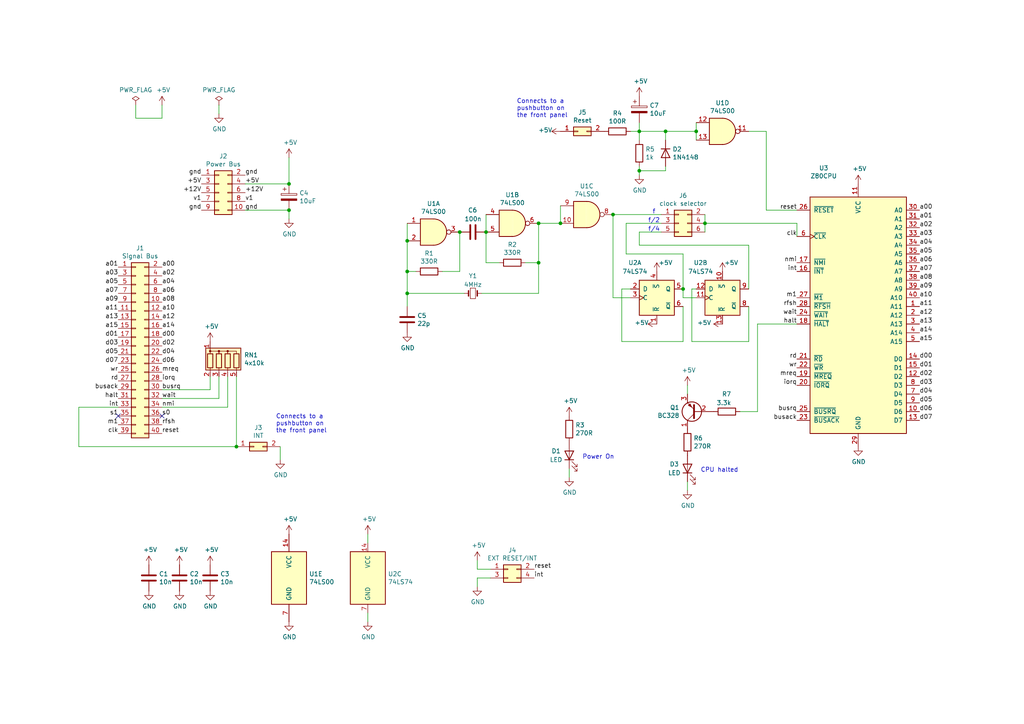
<source format=kicad_sch>
(kicad_sch (version 20211123) (generator eeschema)
  (paper "A4")
  (title_block (title "CPU Card for Z80 Modular Computer") (comment 1 "Z80 CPU + clock + reset"))
  (lib_symbols
    (symbol "74xx:74LS00" (pin_names (offset 1.016))
      (property "Reference" "U" (at 0 1.27 0))
      (property "Value" "74LS00" (at 0 -1.27 0))
      (symbol "74LS00_1_1"
        (arc (start 0 -3.81) (mid 3.81 0) (end 0 3.81) (stroke (width 0.254)) (fill (type background)))
        (polyline (pts (xy 0 3.81) (xy -3.81 3.81) (xy -3.81 -3.81) (xy 0 -3.81)) (stroke (width 0.254)) (fill (type background)))
        (pin input line (at -7.62 2.54 0) (length 3.81) (name "~") (number "1"))
        (pin input line (at -7.62 -2.54 0) (length 3.81) (name "~") (number "2"))
        (pin output inverted (at 7.62 0 180) (length 3.81) (name "~") (number "3"))
      )
      (symbol "74LS00_1_2"
        (arc (start -3.81 -3.81) (mid -2.589 0) (end -3.81 3.81) (stroke (width 0.254)))
        (arc (start -0.6096 -3.81) (mid 2.1855 -2.584) (end 3.81 0) (stroke (width 0.254)) (fill (type background)))
        (polyline (pts (xy -3.81 -3.81) (xy -0.635 -3.81)) (stroke (width 0.254)) (fill (type background)))
        (polyline (pts (xy -3.81 3.81) (xy -0.635 3.81)) (stroke (width 0.254)) (fill (type background)))
        (polyline (pts (xy -0.635 3.81) (xy -3.81 3.81) (xy -3.81 3.81) (xy -3.556 3.4036) (xy -3.0226 2.2606) (xy -2.6924 1.0414) (xy -2.6162 -0.254) (xy -2.7686 -1.4986) (xy -3.175 -2.7178) (xy -3.81 -3.81) (xy -3.81 -3.81) (xy -0.635 -3.81)) (stroke (width -25.4)) (fill (type background)))
        (arc (start 3.81 0) (mid 2.1928 2.5925) (end -0.6096 3.81) (stroke (width 0.254)) (fill (type background)))
        (pin input inverted (at -7.62 2.54 0) (length 4.318) (name "~") (number "1"))
        (pin input inverted (at -7.62 -2.54 0) (length 4.318) (name "~") (number "2"))
        (pin output line (at 7.62 0 180) (length 3.81) (name "~") (number "3"))
      )
      (symbol "74LS00_2_1"
        (arc (start 0 -3.81) (mid 3.81 0) (end 0 3.81) (stroke (width 0.254)) (fill (type background)))
        (polyline (pts (xy 0 3.81) (xy -3.81 3.81) (xy -3.81 -3.81) (xy 0 -3.81)) (stroke (width 0.254)) (fill (type background)))
        (pin input line (at -7.62 2.54 0) (length 3.81) (name "~") (number "4"))
        (pin input line (at -7.62 -2.54 0) (length 3.81) (name "~") (number "5"))
        (pin output inverted (at 7.62 0 180) (length 3.81) (name "~") (number "6"))
      )
      (symbol "74LS00_2_2"
        (arc (start -3.81 -3.81) (mid -2.589 0) (end -3.81 3.81) (stroke (width 0.254)))
        (arc (start -0.6096 -3.81) (mid 2.1855 -2.584) (end 3.81 0) (stroke (width 0.254)) (fill (type background)))
        (polyline (pts (xy -3.81 -3.81) (xy -0.635 -3.81)) (stroke (width 0.254)) (fill (type background)))
        (polyline (pts (xy -3.81 3.81) (xy -0.635 3.81)) (stroke (width 0.254)) (fill (type background)))
        (polyline (pts (xy -0.635 3.81) (xy -3.81 3.81) (xy -3.81 3.81) (xy -3.556 3.4036) (xy -3.0226 2.2606) (xy -2.6924 1.0414) (xy -2.6162 -0.254) (xy -2.7686 -1.4986) (xy -3.175 -2.7178) (xy -3.81 -3.81) (xy -3.81 -3.81) (xy -0.635 -3.81)) (stroke (width -25.4)) (fill (type background)))
        (arc (start 3.81 0) (mid 2.1928 2.5925) (end -0.6096 3.81) (stroke (width 0.254)) (fill (type background)))
        (pin input inverted (at -7.62 2.54 0) (length 4.318) (name "~") (number "4"))
        (pin input inverted (at -7.62 -2.54 0) (length 4.318) (name "~") (number "5"))
        (pin output line (at 7.62 0 180) (length 3.81) (name "~") (number "6"))
      )
      (symbol "74LS00_3_1"
        (arc (start 0 -3.81) (mid 3.81 0) (end 0 3.81) (stroke (width 0.254)) (fill (type background)))
        (polyline (pts (xy 0 3.81) (xy -3.81 3.81) (xy -3.81 -3.81) (xy 0 -3.81)) (stroke (width 0.254)) (fill (type background)))
        (pin input line (at -7.62 -2.54 0) (length 3.81) (name "~") (number "10"))
        (pin output inverted (at 7.62 0 180) (length 3.81) (name "~") (number "8"))
        (pin input line (at -7.62 2.54 0) (length 3.81) (name "~") (number "9"))
      )
      (symbol "74LS00_3_2"
        (arc (start -3.81 -3.81) (mid -2.589 0) (end -3.81 3.81) (stroke (width 0.254)))
        (arc (start -0.6096 -3.81) (mid 2.1855 -2.584) (end 3.81 0) (stroke (width 0.254)) (fill (type background)))
        (polyline (pts (xy -3.81 -3.81) (xy -0.635 -3.81)) (stroke (width 0.254)) (fill (type background)))
        (polyline (pts (xy -3.81 3.81) (xy -0.635 3.81)) (stroke (width 0.254)) (fill (type background)))
        (polyline (pts (xy -0.635 3.81) (xy -3.81 3.81) (xy -3.81 3.81) (xy -3.556 3.4036) (xy -3.0226 2.2606) (xy -2.6924 1.0414) (xy -2.6162 -0.254) (xy -2.7686 -1.4986) (xy -3.175 -2.7178) (xy -3.81 -3.81) (xy -3.81 -3.81) (xy -0.635 -3.81)) (stroke (width -25.4)) (fill (type background)))
        (arc (start 3.81 0) (mid 2.1928 2.5925) (end -0.6096 3.81) (stroke (width 0.254)) (fill (type background)))
        (pin input inverted (at -7.62 -2.54 0) (length 4.318) (name "~") (number "10"))
        (pin output line (at 7.62 0 180) (length 3.81) (name "~") (number "8"))
        (pin input inverted (at -7.62 2.54 0) (length 4.318) (name "~") (number "9"))
      )
      (symbol "74LS00_4_1"
        (arc (start 0 -3.81) (mid 3.81 0) (end 0 3.81) (stroke (width 0.254)) (fill (type background)))
        (polyline (pts (xy 0 3.81) (xy -3.81 3.81) (xy -3.81 -3.81) (xy 0 -3.81)) (stroke (width 0.254)) (fill (type background)))
        (pin output inverted (at 7.62 0 180) (length 3.81) (name "~") (number "11"))
        (pin input line (at -7.62 2.54 0) (length 3.81) (name "~") (number "12"))
        (pin input line (at -7.62 -2.54 0) (length 3.81) (name "~") (number "13"))
      )
      (symbol "74LS00_4_2"
        (arc (start -3.81 -3.81) (mid -2.589 0) (end -3.81 3.81) (stroke (width 0.254)))
        (arc (start -0.6096 -3.81) (mid 2.1855 -2.584) (end 3.81 0) (stroke (width 0.254)) (fill (type background)))
        (polyline (pts (xy -3.81 -3.81) (xy -0.635 -3.81)) (stroke (width 0.254)) (fill (type background)))
        (polyline (pts (xy -3.81 3.81) (xy -0.635 3.81)) (stroke (width 0.254)) (fill (type background)))
        (polyline (pts (xy -0.635 3.81) (xy -3.81 3.81) (xy -3.81 3.81) (xy -3.556 3.4036) (xy -3.0226 2.2606) (xy -2.6924 1.0414) (xy -2.6162 -0.254) (xy -2.7686 -1.4986) (xy -3.175 -2.7178) (xy -3.81 -3.81) (xy -3.81 -3.81) (xy -0.635 -3.81)) (stroke (width -25.4)) (fill (type background)))
        (arc (start 3.81 0) (mid 2.1928 2.5925) (end -0.6096 3.81) (stroke (width 0.254)) (fill (type background)))
        (pin output line (at 7.62 0 180) (length 3.81) (name "~") (number "11"))
        (pin input inverted (at -7.62 2.54 0) (length 4.318) (name "~") (number "12"))
        (pin input inverted (at -7.62 -2.54 0) (length 4.318) (name "~") (number "13"))
      )
      (symbol "74LS00_5_0"
        (pin power_in line (at 0 12.7 270) (length 5.08) (name "VCC") (number "14"))
        (pin power_in line (at 0 -12.7 90) (length 5.08) (name "GND") (number "7"))
      )
      (symbol "74LS00_5_1"
        (rectangle (start -5.08 7.62) (end 5.08 -7.62) (stroke (width 0.254)) (fill (type background)))
      )
    )
    (symbol "74xx:74LS74" (pin_names (offset 1.016))
      (property "Reference" "U" (at -7.62 8.89 0))
      (property "Value" "74LS74" (at -7.62 -8.89 0))
      (symbol "74LS74_1_0"
        (pin input line (at 0 -7.62 90) (length 2.54) (name "~{R}") (number "1"))
        (pin input line (at -7.62 2.54 0) (length 2.54) (name "D") (number "2"))
        (pin input clock (at -7.62 0 0) (length 2.54) (name "C") (number "3"))
        (pin input line (at 0 7.62 270) (length 2.54) (name "~{S}") (number "4"))
        (pin output line (at 7.62 2.54 180) (length 2.54) (name "Q") (number "5"))
        (pin output line (at 7.62 -2.54 180) (length 2.54) (name "~{Q}") (number "6"))
      )
      (symbol "74LS74_1_1"
        (rectangle (start -5.08 5.08) (end 5.08 -5.08) (stroke (width 0.254)) (fill (type background)))
      )
      (symbol "74LS74_2_0"
        (pin input line (at 0 7.62 270) (length 2.54) (name "~{S}") (number "10"))
        (pin input clock (at -7.62 0 0) (length 2.54) (name "C") (number "11"))
        (pin input line (at -7.62 2.54 0) (length 2.54) (name "D") (number "12"))
        (pin input line (at 0 -7.62 90) (length 2.54) (name "~{R}") (number "13"))
        (pin output line (at 7.62 -2.54 180) (length 2.54) (name "~{Q}") (number "8"))
        (pin output line (at 7.62 2.54 180) (length 2.54) (name "Q") (number "9"))
      )
      (symbol "74LS74_2_1"
        (rectangle (start -5.08 5.08) (end 5.08 -5.08) (stroke (width 0.254)) (fill (type background)))
      )
      (symbol "74LS74_3_0"
        (pin power_in line (at 0 10.16 270) (length 2.54) (name "VCC") (number "14"))
        (pin power_in line (at 0 -10.16 90) (length 2.54) (name "GND") (number "7"))
      )
      (symbol "74LS74_3_1"
        (rectangle (start -5.08 7.62) (end 5.08 -7.62) (stroke (width 0.254)) (fill (type background)))
      )
    )
    (symbol "CPU:Z80CPU" (pin_names (offset 1.016))
      (property "Reference" "U" (at -13.97 35.56 0))
      (property "Value" "Z80CPU" (at 6.35 35.56 0))
      (symbol "Z80CPU_0_1"
        (rectangle (start -13.97 34.29) (end 13.97 -34.29) (stroke (width 0.254)) (fill (type background)))
      )
      (symbol "Z80CPU_1_1"
        (pin output line (at 17.78 2.54 180) (length 3.81) (name "A11") (number "1"))
        (pin bidirectional line (at 17.78 -27.94 180) (length 3.81) (name "D6") (number "10"))
        (pin power_in line (at 0 38.1 270) (length 3.81) (name "VCC") (number "11"))
        (pin bidirectional line (at 17.78 -17.78 180) (length 3.81) (name "D2") (number "12"))
        (pin bidirectional line (at 17.78 -30.48 180) (length 3.81) (name "D7") (number "13"))
        (pin bidirectional line (at 17.78 -12.7 180) (length 3.81) (name "D0") (number "14"))
        (pin bidirectional line (at 17.78 -15.24 180) (length 3.81) (name "D1") (number "15"))
        (pin input line (at -17.78 12.7 0) (length 3.81) (name "~{INT}") (number "16"))
        (pin input line (at -17.78 15.24 0) (length 3.81) (name "~{NMI}") (number "17"))
        (pin output line (at -17.78 -2.54 0) (length 3.81) (name "~{HALT}") (number "18"))
        (pin output line (at -17.78 -17.78 0) (length 3.81) (name "~{MREQ}") (number "19"))
        (pin output line (at 17.78 0 180) (length 3.81) (name "A12") (number "2"))
        (pin output line (at -17.78 -20.32 0) (length 3.81) (name "~{IORQ}") (number "20"))
        (pin output line (at -17.78 -12.7 0) (length 3.81) (name "~{RD}") (number "21"))
        (pin output line (at -17.78 -15.24 0) (length 3.81) (name "~{WR}") (number "22"))
        (pin output line (at -17.78 -30.48 0) (length 3.81) (name "~{BUSACK}") (number "23"))
        (pin input line (at -17.78 0 0) (length 3.81) (name "~{WAIT}") (number "24"))
        (pin input line (at -17.78 -27.94 0) (length 3.81) (name "~{BUSRQ}") (number "25"))
        (pin input line (at -17.78 30.48 0) (length 3.81) (name "~{RESET}") (number "26"))
        (pin output line (at -17.78 5.08 0) (length 3.81) (name "~{M1}") (number "27"))
        (pin output line (at -17.78 2.54 0) (length 3.81) (name "~{RFSH}") (number "28"))
        (pin power_in line (at 0 -38.1 90) (length 3.81) (name "GND") (number "29"))
        (pin output line (at 17.78 -2.54 180) (length 3.81) (name "A13") (number "3"))
        (pin output line (at 17.78 30.48 180) (length 3.81) (name "A0") (number "30"))
        (pin output line (at 17.78 27.94 180) (length 3.81) (name "A1") (number "31"))
        (pin output line (at 17.78 25.4 180) (length 3.81) (name "A2") (number "32"))
        (pin output line (at 17.78 22.86 180) (length 3.81) (name "A3") (number "33"))
        (pin output line (at 17.78 20.32 180) (length 3.81) (name "A4") (number "34"))
        (pin output line (at 17.78 17.78 180) (length 3.81) (name "A5") (number "35"))
        (pin output line (at 17.78 15.24 180) (length 3.81) (name "A6") (number "36"))
        (pin output line (at 17.78 12.7 180) (length 3.81) (name "A7") (number "37"))
        (pin output line (at 17.78 10.16 180) (length 3.81) (name "A8") (number "38"))
        (pin output line (at 17.78 7.62 180) (length 3.81) (name "A9") (number "39"))
        (pin output line (at 17.78 -5.08 180) (length 3.81) (name "A14") (number "4"))
        (pin output line (at 17.78 5.08 180) (length 3.81) (name "A10") (number "40"))
        (pin output line (at 17.78 -7.62 180) (length 3.81) (name "A15") (number "5"))
        (pin input clock (at -17.78 22.86 0) (length 3.81) (name "~{CLK}") (number "6"))
        (pin bidirectional line (at 17.78 -22.86 180) (length 3.81) (name "D4") (number "7"))
        (pin bidirectional line (at 17.78 -20.32 180) (length 3.81) (name "D3") (number "8"))
        (pin bidirectional line (at 17.78 -25.4 180) (length 3.81) (name "D5") (number "9"))
      )
    )
    (symbol "Connector_Generic:Conn_02x01" (pin_names (offset 1.016) hide)
      (property "Reference" "J" (at 1.27 2.54 0))
      (property "Value" "Conn_02x01" (at 1.27 -2.54 0))
      (symbol "Conn_02x01_1_1"
        (rectangle (start -1.27 0.127) (end 0 -0.127) (stroke (width 0.1524)))
        (rectangle (start -1.27 1.27) (end 3.81 -1.27) (stroke (width 0.254)) (fill (type background)))
        (rectangle (start 3.81 0.127) (end 2.54 -0.127) (stroke (width 0.1524)))
        (pin passive line (at -5.08 0 0) (length 3.81) (name "Pin_1") (number "1"))
        (pin passive line (at 7.62 0 180) (length 3.81) (name "Pin_2") (number "2"))
      )
    )
    (symbol "Connector_Generic:Conn_02x02_Odd_Even" (pin_names (offset 1.016) hide)
      (property "Reference" "J" (at 1.27 2.54 0))
      (property "Value" "Conn_02x02_Odd_Even" (at 1.27 -5.08 0))
      (symbol "Conn_02x02_Odd_Even_1_1"
        (rectangle (start -1.27 -2.413) (end 0 -2.667) (stroke (width 0.1524)))
        (rectangle (start -1.27 0.127) (end 0 -0.127) (stroke (width 0.1524)))
        (rectangle (start -1.27 1.27) (end 3.81 -3.81) (stroke (width 0.254)) (fill (type background)))
        (rectangle (start 3.81 -2.413) (end 2.54 -2.667) (stroke (width 0.1524)))
        (rectangle (start 3.81 0.127) (end 2.54 -0.127) (stroke (width 0.1524)))
        (pin passive line (at -5.08 0 0) (length 3.81) (name "Pin_1") (number "1"))
        (pin passive line (at 7.62 0 180) (length 3.81) (name "Pin_2") (number "2"))
        (pin passive line (at -5.08 -2.54 0) (length 3.81) (name "Pin_3") (number "3"))
        (pin passive line (at 7.62 -2.54 180) (length 3.81) (name "Pin_4") (number "4"))
      )
    )
    (symbol "Connector_Generic:Conn_02x03_Odd_Even" (pin_names (offset 1.016) hide)
      (property "Reference" "J" (at 1.27 5.08 0))
      (property "Value" "Conn_02x03_Odd_Even" (at 1.27 -5.08 0))
      (symbol "Conn_02x03_Odd_Even_1_1"
        (rectangle (start -1.27 -2.413) (end 0 -2.667) (stroke (width 0.1524)))
        (rectangle (start -1.27 0.127) (end 0 -0.127) (stroke (width 0.1524)))
        (rectangle (start -1.27 2.667) (end 0 2.413) (stroke (width 0.1524)))
        (rectangle (start -1.27 3.81) (end 3.81 -3.81) (stroke (width 0.254)) (fill (type background)))
        (rectangle (start 3.81 -2.413) (end 2.54 -2.667) (stroke (width 0.1524)))
        (rectangle (start 3.81 0.127) (end 2.54 -0.127) (stroke (width 0.1524)))
        (rectangle (start 3.81 2.667) (end 2.54 2.413) (stroke (width 0.1524)))
        (pin passive line (at -5.08 2.54 0) (length 3.81) (name "Pin_1") (number "1"))
        (pin passive line (at 7.62 2.54 180) (length 3.81) (name "Pin_2") (number "2"))
        (pin passive line (at -5.08 0 0) (length 3.81) (name "Pin_3") (number "3"))
        (pin passive line (at 7.62 0 180) (length 3.81) (name "Pin_4") (number "4"))
        (pin passive line (at -5.08 -2.54 0) (length 3.81) (name "Pin_5") (number "5"))
        (pin passive line (at 7.62 -2.54 180) (length 3.81) (name "Pin_6") (number "6"))
      )
    )
    (symbol "Connector_Generic:Conn_02x05_Odd_Even" (pin_names (offset 1.016) hide)
      (property "Reference" "J" (at 1.27 7.62 0))
      (property "Value" "Conn_02x05_Odd_Even" (at 1.27 -7.62 0))
      (symbol "Conn_02x05_Odd_Even_1_1"
        (rectangle (start -1.27 -4.953) (end 0 -5.207) (stroke (width 0.1524)))
        (rectangle (start -1.27 -2.413) (end 0 -2.667) (stroke (width 0.1524)))
        (rectangle (start -1.27 0.127) (end 0 -0.127) (stroke (width 0.1524)))
        (rectangle (start -1.27 2.667) (end 0 2.413) (stroke (width 0.1524)))
        (rectangle (start -1.27 5.207) (end 0 4.953) (stroke (width 0.1524)))
        (rectangle (start -1.27 6.35) (end 3.81 -6.35) (stroke (width 0.254)) (fill (type background)))
        (rectangle (start 3.81 -4.953) (end 2.54 -5.207) (stroke (width 0.1524)))
        (rectangle (start 3.81 -2.413) (end 2.54 -2.667) (stroke (width 0.1524)))
        (rectangle (start 3.81 0.127) (end 2.54 -0.127) (stroke (width 0.1524)))
        (rectangle (start 3.81 2.667) (end 2.54 2.413) (stroke (width 0.1524)))
        (rectangle (start 3.81 5.207) (end 2.54 4.953) (stroke (width 0.1524)))
        (pin passive line (at -5.08 5.08 0) (length 3.81) (name "Pin_1") (number "1"))
        (pin passive line (at 7.62 -5.08 180) (length 3.81) (name "Pin_10") (number "10"))
        (pin passive line (at 7.62 5.08 180) (length 3.81) (name "Pin_2") (number "2"))
        (pin passive line (at -5.08 2.54 0) (length 3.81) (name "Pin_3") (number "3"))
        (pin passive line (at 7.62 2.54 180) (length 3.81) (name "Pin_4") (number "4"))
        (pin passive line (at -5.08 0 0) (length 3.81) (name "Pin_5") (number "5"))
        (pin passive line (at 7.62 0 180) (length 3.81) (name "Pin_6") (number "6"))
        (pin passive line (at -5.08 -2.54 0) (length 3.81) (name "Pin_7") (number "7"))
        (pin passive line (at 7.62 -2.54 180) (length 3.81) (name "Pin_8") (number "8"))
        (pin passive line (at -5.08 -5.08 0) (length 3.81) (name "Pin_9") (number "9"))
      )
    )
    (symbol "Connector_Generic:Conn_02x20_Odd_Even" (pin_names (offset 1.016) hide)
      (property "Reference" "J" (at 1.27 25.4 0))
      (property "Value" "Conn_02x20_Odd_Even" (at 1.27 -27.94 0))
      (symbol "Conn_02x20_Odd_Even_1_1"
        (rectangle (start -1.27 -25.273) (end 0 -25.527) (stroke (width 0.1524)))
        (rectangle (start -1.27 -22.733) (end 0 -22.987) (stroke (width 0.1524)))
        (rectangle (start -1.27 -20.193) (end 0 -20.447) (stroke (width 0.1524)))
        (rectangle (start -1.27 -17.653) (end 0 -17.907) (stroke (width 0.1524)))
        (rectangle (start -1.27 -15.113) (end 0 -15.367) (stroke (width 0.1524)))
        (rectangle (start -1.27 -12.573) (end 0 -12.827) (stroke (width 0.1524)))
        (rectangle (start -1.27 -10.033) (end 0 -10.287) (stroke (width 0.1524)))
        (rectangle (start -1.27 -7.493) (end 0 -7.747) (stroke (width 0.1524)))
        (rectangle (start -1.27 -4.953) (end 0 -5.207) (stroke (width 0.1524)))
        (rectangle (start -1.27 -2.413) (end 0 -2.667) (stroke (width 0.1524)))
        (rectangle (start -1.27 0.127) (end 0 -0.127) (stroke (width 0.1524)))
        (rectangle (start -1.27 2.667) (end 0 2.413) (stroke (width 0.1524)))
        (rectangle (start -1.27 5.207) (end 0 4.953) (stroke (width 0.1524)))
        (rectangle (start -1.27 7.747) (end 0 7.493) (stroke (width 0.1524)))
        (rectangle (start -1.27 10.287) (end 0 10.033) (stroke (width 0.1524)))
        (rectangle (start -1.27 12.827) (end 0 12.573) (stroke (width 0.1524)))
        (rectangle (start -1.27 15.367) (end 0 15.113) (stroke (width 0.1524)))
        (rectangle (start -1.27 17.907) (end 0 17.653) (stroke (width 0.1524)))
        (rectangle (start -1.27 20.447) (end 0 20.193) (stroke (width 0.1524)))
        (rectangle (start -1.27 22.987) (end 0 22.733) (stroke (width 0.1524)))
        (rectangle (start -1.27 24.13) (end 3.81 -26.67) (stroke (width 0.254)) (fill (type background)))
        (rectangle (start 3.81 -25.273) (end 2.54 -25.527) (stroke (width 0.1524)))
        (rectangle (start 3.81 -22.733) (end 2.54 -22.987) (stroke (width 0.1524)))
        (rectangle (start 3.81 -20.193) (end 2.54 -20.447) (stroke (width 0.1524)))
        (rectangle (start 3.81 -17.653) (end 2.54 -17.907) (stroke (width 0.1524)))
        (rectangle (start 3.81 -15.113) (end 2.54 -15.367) (stroke (width 0.1524)))
        (rectangle (start 3.81 -12.573) (end 2.54 -12.827) (stroke (width 0.1524)))
        (rectangle (start 3.81 -10.033) (end 2.54 -10.287) (stroke (width 0.1524)))
        (rectangle (start 3.81 -7.493) (end 2.54 -7.747) (stroke (width 0.1524)))
        (rectangle (start 3.81 -4.953) (end 2.54 -5.207) (stroke (width 0.1524)))
        (rectangle (start 3.81 -2.413) (end 2.54 -2.667) (stroke (width 0.1524)))
        (rectangle (start 3.81 0.127) (end 2.54 -0.127) (stroke (width 0.1524)))
        (rectangle (start 3.81 2.667) (end 2.54 2.413) (stroke (width 0.1524)))
        (rectangle (start 3.81 5.207) (end 2.54 4.953) (stroke (width 0.1524)))
        (rectangle (start 3.81 7.747) (end 2.54 7.493) (stroke (width 0.1524)))
        (rectangle (start 3.81 10.287) (end 2.54 10.033) (stroke (width 0.1524)))
        (rectangle (start 3.81 12.827) (end 2.54 12.573) (stroke (width 0.1524)))
        (rectangle (start 3.81 15.367) (end 2.54 15.113) (stroke (width 0.1524)))
        (rectangle (start 3.81 17.907) (end 2.54 17.653) (stroke (width 0.1524)))
        (rectangle (start 3.81 20.447) (end 2.54 20.193) (stroke (width 0.1524)))
        (rectangle (start 3.81 22.987) (end 2.54 22.733) (stroke (width 0.1524)))
        (pin passive line (at -5.08 22.86 0) (length 3.81) (name "Pin_1") (number "1"))
        (pin passive line (at 7.62 12.7 180) (length 3.81) (name "Pin_10") (number "10"))
        (pin passive line (at -5.08 10.16 0) (length 3.81) (name "Pin_11") (number "11"))
        (pin passive line (at 7.62 10.16 180) (length 3.81) (name "Pin_12") (number "12"))
        (pin passive line (at -5.08 7.62 0) (length 3.81) (name "Pin_13") (number "13"))
        (pin passive line (at 7.62 7.62 180) (length 3.81) (name "Pin_14") (number "14"))
        (pin passive line (at -5.08 5.08 0) (length 3.81) (name "Pin_15") (number "15"))
        (pin passive line (at 7.62 5.08 180) (length 3.81) (name "Pin_16") (number "16"))
        (pin passive line (at -5.08 2.54 0) (length 3.81) (name "Pin_17") (number "17"))
        (pin passive line (at 7.62 2.54 180) (length 3.81) (name "Pin_18") (number "18"))
        (pin passive line (at -5.08 0 0) (length 3.81) (name "Pin_19") (number "19"))
        (pin passive line (at 7.62 22.86 180) (length 3.81) (name "Pin_2") (number "2"))
        (pin passive line (at 7.62 0 180) (length 3.81) (name "Pin_20") (number "20"))
        (pin passive line (at -5.08 -2.54 0) (length 3.81) (name "Pin_21") (number "21"))
        (pin passive line (at 7.62 -2.54 180) (length 3.81) (name "Pin_22") (number "22"))
        (pin passive line (at -5.08 -5.08 0) (length 3.81) (name "Pin_23") (number "23"))
        (pin passive line (at 7.62 -5.08 180) (length 3.81) (name "Pin_24") (number "24"))
        (pin passive line (at -5.08 -7.62 0) (length 3.81) (name "Pin_25") (number "25"))
        (pin passive line (at 7.62 -7.62 180) (length 3.81) (name "Pin_26") (number "26"))
        (pin passive line (at -5.08 -10.16 0) (length 3.81) (name "Pin_27") (number "27"))
        (pin passive line (at 7.62 -10.16 180) (length 3.81) (name "Pin_28") (number "28"))
        (pin passive line (at -5.08 -12.7 0) (length 3.81) (name "Pin_29") (number "29"))
        (pin passive line (at -5.08 20.32 0) (length 3.81) (name "Pin_3") (number "3"))
        (pin passive line (at 7.62 -12.7 180) (length 3.81) (name "Pin_30") (number "30"))
        (pin passive line (at -5.08 -15.24 0) (length 3.81) (name "Pin_31") (number "31"))
        (pin passive line (at 7.62 -15.24 180) (length 3.81) (name "Pin_32") (number "32"))
        (pin passive line (at -5.08 -17.78 0) (length 3.81) (name "Pin_33") (number "33"))
        (pin passive line (at 7.62 -17.78 180) (length 3.81) (name "Pin_34") (number "34"))
        (pin passive line (at -5.08 -20.32 0) (length 3.81) (name "Pin_35") (number "35"))
        (pin passive line (at 7.62 -20.32 180) (length 3.81) (name "Pin_36") (number "36"))
        (pin passive line (at -5.08 -22.86 0) (length 3.81) (name "Pin_37") (number "37"))
        (pin passive line (at 7.62 -22.86 180) (length 3.81) (name "Pin_38") (number "38"))
        (pin passive line (at -5.08 -25.4 0) (length 3.81) (name "Pin_39") (number "39"))
        (pin passive line (at 7.62 20.32 180) (length 3.81) (name "Pin_4") (number "4"))
        (pin passive line (at 7.62 -25.4 180) (length 3.81) (name "Pin_40") (number "40"))
        (pin passive line (at -5.08 17.78 0) (length 3.81) (name "Pin_5") (number "5"))
        (pin passive line (at 7.62 17.78 180) (length 3.81) (name "Pin_6") (number "6"))
        (pin passive line (at -5.08 15.24 0) (length 3.81) (name "Pin_7") (number "7"))
        (pin passive line (at 7.62 15.24 180) (length 3.81) (name "Pin_8") (number "8"))
        (pin passive line (at -5.08 12.7 0) (length 3.81) (name "Pin_9") (number "9"))
      )
    )
    (symbol "Device:C" (pin_numbers hide) (pin_names (offset 0.254))
      (property "Reference" "C" (at 0.635 2.54 0))
      (property "Value" "C" (at 0.635 -2.54 0))
      (symbol "C_0_1"
        (polyline (pts (xy -2.032 -0.762) (xy 2.032 -0.762)) (stroke (width 0.508)))
        (polyline (pts (xy -2.032 0.762) (xy 2.032 0.762)) (stroke (width 0.508)))
      )
      (symbol "C_1_1"
        (pin passive line (at 0 3.81 270) (length 2.794) (name "~") (number "1"))
        (pin passive line (at 0 -3.81 90) (length 2.794) (name "~") (number "2"))
      )
    )
    (symbol "Device:CP" (pin_numbers hide) (pin_names (offset 0.254))
      (property "Reference" "C" (at 0.635 2.54 0))
      (property "Value" "Device_CP" (at 0.635 -2.54 0))
      (symbol "CP_0_1"
        (rectangle (start -2.286 0.508) (end 2.286 1.016))
        (polyline (pts (xy -1.778 2.286) (xy -0.762 2.286)))
        (polyline (pts (xy -1.27 2.794) (xy -1.27 1.778)))
        (rectangle (start 2.286 -0.508) (end -2.286 -1.016) (fill (type outline)))
      )
      (symbol "CP_1_1"
        (pin passive line (at 0 3.81 270) (length 2.794) (name "~") (number "1"))
        (pin passive line (at 0 -3.81 90) (length 2.794) (name "~") (number "2"))
      )
    )
    (symbol "Device:Crystal_Small" (pin_numbers hide) (pin_names (offset 1.016) hide)
      (property "Reference" "Y" (at 0 2.54 0))
      (property "Value" "Crystal_Small" (at 0 -2.54 0))
      (symbol "Crystal_Small_0_1"
        (rectangle (start -0.762 -1.524) (end 0.762 1.524))
        (polyline (pts (xy -1.27 -0.762) (xy -1.27 0.762)) (stroke (width 0.381)))
        (polyline (pts (xy 1.27 -0.762) (xy 1.27 0.762)) (stroke (width 0.381)))
      )
      (symbol "Crystal_Small_1_1"
        (pin passive line (at -2.54 0 0) (length 1.27) (name "1") (number "1"))
        (pin passive line (at 2.54 0 180) (length 1.27) (name "2") (number "2"))
      )
    )
    (symbol "Device:LED" (pin_numbers hide) (pin_names (offset 1.016) hide)
      (property "Reference" "D" (at 0 2.54 0))
      (property "Value" "LED" (at 0 -2.54 0))
      (symbol "LED_0_1"
        (polyline (pts (xy -1.27 -1.27) (xy -1.27 1.27)) (stroke (width 0.254)))
        (polyline (pts (xy -1.27 0) (xy 1.27 0)))
        (polyline (pts (xy 1.27 -1.27) (xy 1.27 1.27) (xy -1.27 0) (xy 1.27 -1.27)) (stroke (width 0.254)))
        (polyline (pts (xy -3.048 -0.762) (xy -4.572 -2.286) (xy -3.81 -2.286) (xy -4.572 -2.286) (xy -4.572 -1.524)))
        (polyline (pts (xy -1.778 -0.762) (xy -3.302 -2.286) (xy -2.54 -2.286) (xy -3.302 -2.286) (xy -3.302 -1.524)))
      )
      (symbol "LED_1_1"
        (pin passive line (at -3.81 0 0) (length 2.54) (name "K") (number "1"))
        (pin passive line (at 3.81 0 180) (length 2.54) (name "A") (number "2"))
      )
    )
    (symbol "Device:R" (pin_numbers hide) (pin_names (offset 0))
      (property "Reference" "R" (at 2.032 0 90))
      (property "Value" "R" (at 0 0 90))
      (symbol "R_0_1"
        (rectangle (start -1.016 -2.54) (end 1.016 2.54) (stroke (width 0.254)))
      )
      (symbol "R_1_1"
        (pin passive line (at 0 3.81 270) (length 1.27) (name "~") (number "1"))
        (pin passive line (at 0 -3.81 90) (length 1.27) (name "~") (number "2"))
      )
    )
    (symbol "Device:R_Network04" (pin_names (offset 0) hide)
      (property "Reference" "RN" (at -7.62 0 90))
      (property "Value" "R_Network04" (at 5.08 0 90))
      (symbol "R_Network04_0_1"
        (rectangle (start -6.35 -3.175) (end 3.81 3.175) (stroke (width 0.254)) (fill (type background)))
        (rectangle (start -5.842 1.524) (end -4.318 -2.54) (stroke (width 0.254)))
        (circle (center -5.08 2.286) (radius 0.254) (fill (type outline)))
        (rectangle (start -3.302 1.524) (end -1.778 -2.54) (stroke (width 0.254)))
        (circle (center -2.54 2.286) (radius 0.254) (fill (type outline)))
        (rectangle (start -0.762 1.524) (end 0.762 -2.54) (stroke (width 0.254)))
        (polyline (pts (xy -5.08 -2.54) (xy -5.08 -3.81)))
        (polyline (pts (xy -2.54 -2.54) (xy -2.54 -3.81)))
        (polyline (pts (xy 0 -2.54) (xy 0 -3.81)))
        (polyline (pts (xy 2.54 -2.54) (xy 2.54 -3.81)))
        (polyline (pts (xy -5.08 1.524) (xy -5.08 2.286) (xy -2.54 2.286) (xy -2.54 1.524)))
        (polyline (pts (xy -2.54 1.524) (xy -2.54 2.286) (xy 0 2.286) (xy 0 1.524)))
        (polyline (pts (xy 0 1.524) (xy 0 2.286) (xy 2.54 2.286) (xy 2.54 1.524)))
        (circle (center 0 2.286) (radius 0.254) (fill (type outline)))
        (rectangle (start 1.778 1.524) (end 3.302 -2.54) (stroke (width 0.254)))
      )
      (symbol "R_Network04_1_1"
        (pin passive line (at -5.08 5.08 270) (length 2.54) (name "common") (number "1"))
        (pin passive line (at -5.08 -5.08 90) (length 1.27) (name "R1") (number "2"))
        (pin passive line (at -2.54 -5.08 90) (length 1.27) (name "R2") (number "3"))
        (pin passive line (at 0 -5.08 90) (length 1.27) (name "R3") (number "4"))
        (pin passive line (at 2.54 -5.08 90) (length 1.27) (name "R4") (number "5"))
      )
    )
    (symbol "Diode:1N4148" (pin_numbers hide) (pin_names (offset 1.016) hide)
      (property "Reference" "D" (at 0 2.54 0))
      (property "Value" "1N4148" (at 0 -2.54 0))
      (symbol "1N4148_0_1"
        (polyline (pts (xy -1.27 1.27) (xy -1.27 -1.27)) (stroke (width 0.254)))
        (polyline (pts (xy 1.27 0) (xy -1.27 0)))
        (polyline (pts (xy 1.27 1.27) (xy 1.27 -1.27) (xy -1.27 0) (xy 1.27 1.27)) (stroke (width 0.254)))
      )
      (symbol "1N4148_1_1"
        (pin passive line (at -3.81 0 0) (length 2.54) (name "K") (number "1"))
        (pin passive line (at 3.81 0 180) (length 2.54) (name "A") (number "2"))
      )
    )
    (symbol "Transistor_BJT:BC328" (pin_names (offset 0) hide)
      (property "Reference" "Q" (at 5.08 1.905 0))
      (property "Value" "BC328" (at 5.08 0 0))
      (symbol "BC328_0_1"
        (polyline (pts (xy 0.635 0.635) (xy 2.54 2.54)))
        (polyline (pts (xy 0.635 -0.635) (xy 2.54 -2.54) (xy 2.54 -2.54)))
        (polyline (pts (xy 0.635 1.905) (xy 0.635 -1.905) (xy 0.635 -1.905)) (stroke (width 0.508)))
        (polyline (pts (xy 2.286 -1.778) (xy 1.778 -2.286) (xy 1.27 -1.27) (xy 2.286 -1.778) (xy 2.286 -1.778)) (fill (type outline)))
        (circle (center 1.27 0) (radius 2.8194) (stroke (width 0.254)))
      )
      (symbol "BC328_1_1"
        (pin passive line (at 2.54 5.08 270) (length 2.54) (name "C") (number "1"))
        (pin input line (at -5.08 0 0) (length 5.715) (name "B") (number "2"))
        (pin passive line (at 2.54 -5.08 90) (length 2.54) (name "E") (number "3"))
      )
    )
    (symbol "power:+5V" (power) (pin_names (offset 0))
      (property "Value" "+5V" (at 0 3.556 0))
      (symbol "+5V_0_1"
        (polyline (pts (xy -0.762 1.27) (xy 0 2.54)))
        (polyline (pts (xy 0 0) (xy 0 2.54)))
        (polyline (pts (xy 0 2.54) (xy 0.762 1.27)))
      )
      (symbol "+5V_1_1"
        (pin power_in line (at 0 0 90) (length 0) hide (name "+5V") (number "1"))
      )
    )
    (symbol "power:GND" (power) (pin_names (offset 0))
      (property "Value" "GND" (at 0 -3.81 0))
      (symbol "GND_0_1"
        (polyline (pts (xy 0 0) (xy 0 -1.27) (xy 1.27 -1.27) (xy 0 -2.54) (xy -1.27 -1.27) (xy 0 -1.27)))
      )
      (symbol "GND_1_1"
        (pin power_in line (at 0 0 270) (length 0) hide (name "GND") (number "1"))
      )
    )
    (symbol "power:PWR_FLAG" (power) (pin_numbers hide) (pin_names (offset 0) hide)
      (property "Value" "PWR_FLAG" (at 0 3.81 0))
      (symbol "PWR_FLAG_0_0"
        (pin power_out line (at 0 0 90) (length 0) (name "pwr") (number "1"))
      )
      (symbol "PWR_FLAG_0_1"
        (polyline (pts (xy 0 0) (xy 0 1.27) (xy -1.016 1.905) (xy 0 2.54) (xy 1.016 1.905) (xy 0 1.27)))
      )
    )
  )
  (junction (at 133.35 67.31))
  (junction (at 118.11 78.74))
  (junction (at 83.82 60.96))
  (junction (at 204.47 64.77))
  (junction (at 68.58 129.54))
  (junction (at 162.56 64.77))
  (junction (at 156.21 76.2))
  (junction (at 193.04 38.1))
  (junction (at 185.42 49.53))
  (junction (at 201.93 38.1))
  (junction (at 156.21 64.77))
  (junction (at 198.12 83.82))
  (junction (at 83.82 53.34))
  (junction (at 185.42 38.1))
  (junction (at 140.97 67.31))
  (junction (at 177.8 62.23))
  (junction (at 118.11 85.09))
  (junction (at 118.11 69.85))
  (no_connect (at 46.99 120.65))
  (no_connect (at 34.29 120.65))
  (wire (pts (xy 185.42 35.56) (xy 185.42 38.1)))
  (wire (pts (xy 118.11 85.09) (xy 118.11 78.74)))
  (wire (pts (xy 68.58 129.54) (xy 22.86 129.54)))
  (wire (pts (xy 185.42 49.53) (xy 193.04 49.53)))
  (wire (pts (xy 181.61 73.66) (xy 198.12 73.66)))
  (wire (pts (xy 204.47 62.23) (xy 204.47 64.77)))
  (wire (pts (xy 193.04 40.64) (xy 193.04 38.1)))
  (wire (pts (xy 222.25 60.96) (xy 231.14 60.96)))
  (wire (pts (xy 133.35 78.74) (xy 133.35 67.31)))
  (wire (pts (xy 68.58 109.22) (xy 68.58 129.54)))
  (wire (pts (xy 140.97 62.23) (xy 140.97 67.31)))
  (wire (pts (xy 181.61 64.77) (xy 181.61 73.66)))
  (wire (pts (xy 181.61 64.77) (xy 191.77 64.77)))
  (wire (pts (xy 134.62 85.09) (xy 118.11 85.09)))
  (wire (pts (xy 22.86 129.54) (xy 22.86 118.11)))
  (wire (pts (xy 142.24 165.1) (xy 138.43 165.1)))
  (wire (pts (xy 66.04 109.22) (xy 66.04 118.11)))
  (wire (pts (xy 185.42 71.12) (xy 217.17 71.12)))
  (wire (pts (xy 46.99 34.29) (xy 46.99 30.48)))
  (wire (pts (xy 39.37 34.29) (xy 46.99 34.29)))
  (wire (pts (xy 120.65 78.74) (xy 118.11 78.74)))
  (wire (pts (xy 191.77 67.31) (xy 185.42 67.31)))
  (wire (pts (xy 106.68 177.8) (xy 106.68 180.34)))
  (wire (pts (xy 201.93 83.82) (xy 200.66 83.82)))
  (wire (pts (xy 162.56 59.69) (xy 162.56 64.77)))
  (wire (pts (xy 182.88 83.82) (xy 180.34 83.82)))
  (wire (pts (xy 138.43 167.64) (xy 138.43 170.18)))
  (wire (pts (xy 180.34 83.82) (xy 180.34 99.06)))
  (wire (pts (xy 60.96 109.22) (xy 60.96 113.03)))
  (wire (pts (xy 193.04 49.53) (xy 193.04 48.26)))
  (wire (pts (xy 200.66 83.82) (xy 200.66 99.06)))
  (wire (pts (xy 217.17 71.12) (xy 217.17 83.82)))
  (wire (pts (xy 198.12 73.66) (xy 198.12 83.82)))
  (wire (pts (xy 198.12 83.82) (xy 198.12 86.36)))
  (wire (pts (xy 156.21 64.77) (xy 162.56 64.77)))
  (wire (pts (xy 156.21 85.09) (xy 156.21 76.2)))
  (wire (pts (xy 219.71 93.98) (xy 219.71 119.38)))
  (wire (pts (xy 204.47 64.77) (xy 231.14 64.77)))
  (wire (pts (xy 219.71 119.38) (xy 214.63 119.38)))
  (wire (pts (xy 106.68 154.94) (xy 106.68 157.48)))
  (wire (pts (xy 193.04 38.1) (xy 201.93 38.1)))
  (wire (pts (xy 81.28 129.54) (xy 81.28 133.35)))
  (wire (pts (xy 165.1 138.43) (xy 165.1 135.89)))
  (wire (pts (xy 140.97 76.2) (xy 140.97 67.31)))
  (wire (pts (xy 198.12 99.06) (xy 198.12 88.9)))
  (wire (pts (xy 217.17 38.1) (xy 222.25 38.1)))
  (wire (pts (xy 83.82 45.72) (xy 83.82 53.34)))
  (wire (pts (xy 118.11 88.9) (xy 118.11 85.09)))
  (wire (pts (xy 63.5 30.48) (xy 63.5 33.02)))
  (wire (pts (xy 185.42 38.1) (xy 193.04 38.1)))
  (wire (pts (xy 63.5 109.22) (xy 63.5 115.57)))
  (wire (pts (xy 142.24 167.64) (xy 138.43 167.64)))
  (wire (pts (xy 198.12 86.36) (xy 201.93 86.36)))
  (wire (pts (xy 46.99 113.03) (xy 60.96 113.03)))
  (wire (pts (xy 156.21 64.77) (xy 156.21 76.2)))
  (wire (pts (xy 144.78 76.2) (xy 140.97 76.2)))
  (wire (pts (xy 118.11 78.74) (xy 118.11 69.85)))
  (wire (pts (xy 177.8 86.36) (xy 177.8 62.23)))
  (wire (pts (xy 139.7 85.09) (xy 156.21 85.09)))
  (wire (pts (xy 231.14 64.77) (xy 231.14 68.58)))
  (wire (pts (xy 199.39 111.76) (xy 199.39 114.3)))
  (wire (pts (xy 180.34 99.06) (xy 198.12 99.06)))
  (wire (pts (xy 138.43 165.1) (xy 138.43 162.56)))
  (wire (pts (xy 182.88 38.1) (xy 185.42 38.1)))
  (wire (pts (xy 177.8 62.23) (xy 191.77 62.23)))
  (wire (pts (xy 200.66 99.06) (xy 217.17 99.06)))
  (wire (pts (xy 201.93 38.1) (xy 201.93 40.64)))
  (wire (pts (xy 46.99 115.57) (xy 63.5 115.57)))
  (wire (pts (xy 185.42 50.8) (xy 185.42 49.53)))
  (wire (pts (xy 185.42 67.31) (xy 185.42 71.12)))
  (wire (pts (xy 46.99 118.11) (xy 66.04 118.11)))
  (wire (pts (xy 156.21 76.2) (xy 152.4 76.2)))
  (wire (pts (xy 22.86 118.11) (xy 34.29 118.11)))
  (wire (pts (xy 128.27 78.74) (xy 133.35 78.74)))
  (wire (pts (xy 217.17 99.06) (xy 217.17 88.9)))
  (wire (pts (xy 118.11 64.77) (xy 118.11 69.85)))
  (wire (pts (xy 185.42 38.1) (xy 185.42 40.64)))
  (wire (pts (xy 222.25 38.1) (xy 222.25 60.96)))
  (wire (pts (xy 185.42 48.26) (xy 185.42 49.53)))
  (wire (pts (xy 177.8 86.36) (xy 182.88 86.36)))
  (wire (pts (xy 83.82 63.5) (xy 83.82 60.96)))
  (wire (pts (xy 204.47 64.77) (xy 204.47 67.31)))
  (wire (pts (xy 231.14 93.98) (xy 219.71 93.98)))
  (wire (pts (xy 39.37 30.48) (xy 39.37 34.29)))
  (wire (pts (xy 199.39 139.7) (xy 199.39 142.24)))
  (wire (pts (xy 83.82 53.34) (xy 71.12 53.34)))
  (wire (pts (xy 201.93 35.56) (xy 201.93 38.1)))
  (wire (pts (xy 83.82 60.96) (xy 71.12 60.96)))
  (text "CPU halted" (at 203.2 137.16 0) (effects (font (size 1.27 1.27)) (justify left bottom)))
  (text "Connects to a\npushbutton on\nthe front panel" (at 80.01 125.73 0) (effects (font (size 1.27 1.27)) (justify left bottom)))
  (text "f/4" (at 187.96 67.31 0) (effects (font (size 1.27 1.27)) (justify left bottom)))
  (text "f" (at 189.23 62.23 0) (effects (font (size 1.27 1.27)) (justify left bottom)))
  (text "f/2" (at 187.96 64.77 0) (effects (font (size 1.27 1.27)) (justify left bottom)))
  (text "Connects to a\npushbutton on\nthe front panel" (at 149.86 34.29 0) (effects (font (size 1.27 1.27)) (justify left bottom)))
  (text "Power On" (at 168.91 133.35 0) (effects (font (size 1.27 1.27)) (justify left bottom)))
  (label "busack" (at 231.14 121.92 180))
  (label "a05" (at 266.7 73.66 0))
  (label "busrq" (at 231.14 119.38 180))
  (label "a02" (at 46.99 80.01 0))
  (label "gnd" (at 71.12 50.8 0))
  (label "int" (at 231.14 78.74 180))
  (label "d06" (at 46.99 105.41 0))
  (label "gnd" (at 58.42 50.8 180))
  (label "a00" (at 46.99 77.47 0))
  (label "a01" (at 34.29 77.47 180))
  (label "gnd" (at 71.12 60.96 0))
  (label "d05" (at 266.7 116.84 0))
  (label "a02" (at 266.7 66.04 0))
  (label "a03" (at 34.29 80.01 180))
  (label "a01" (at 266.7 63.5 0))
  (label "reset" (at 154.94 165.1 0))
  (label "a15" (at 34.29 95.25 180))
  (label "iorq" (at 231.14 111.76 180))
  (label "a14" (at 46.99 95.25 0))
  (label "d02" (at 266.7 109.22 0))
  (label "a06" (at 46.99 85.09 0))
  (label "halt" (at 34.29 115.57 180))
  (label "s1" (at 34.29 120.65 180))
  (label "a07" (at 266.7 78.74 0))
  (label "a03" (at 266.7 68.58 0))
  (label "v1" (at 71.12 58.42 0))
  (label "nmi" (at 231.14 76.2 180))
  (label "clk" (at 231.14 68.58 180))
  (label "reset" (at 231.14 60.96 180))
  (label "a05" (at 34.29 82.55 180))
  (label "rd" (at 231.14 104.14 180))
  (label "m1" (at 231.14 86.36 180))
  (label "a00" (at 266.7 60.96 0))
  (label "a10" (at 266.7 86.36 0))
  (label "a12" (at 266.7 91.44 0))
  (label "wait" (at 46.99 115.57 0))
  (label "nmi" (at 46.99 118.11 0))
  (label "d02" (at 46.99 100.33 0))
  (label "a06" (at 266.7 76.2 0))
  (label "mreq" (at 46.99 107.95 0))
  (label "d04" (at 266.7 114.3 0))
  (label "a11" (at 34.29 90.17 180))
  (label "d06" (at 266.7 119.38 0))
  (label "+12V" (at 58.42 55.88 180))
  (label "wr" (at 231.14 106.68 180))
  (label "m1" (at 34.29 123.19 180))
  (label "wr" (at 34.29 107.95 180))
  (label "d05" (at 34.29 102.87 180))
  (label "reset" (at 46.99 125.73 0))
  (label "d07" (at 266.7 121.92 0))
  (label "rfsh" (at 46.99 123.19 0))
  (label "iorq" (at 46.99 110.49 0))
  (label "d01" (at 266.7 106.68 0))
  (label "a13" (at 34.29 92.71 180))
  (label "rd" (at 34.29 110.49 180))
  (label "a12" (at 46.99 92.71 0))
  (label "a15" (at 266.7 99.06 0))
  (label "a07" (at 34.29 85.09 180))
  (label "a14" (at 266.7 96.52 0))
  (label "+12V" (at 71.12 55.88 0))
  (label "int" (at 34.29 118.11 180))
  (label "halt" (at 231.14 93.98 180))
  (label "rfsh" (at 231.14 88.9 180))
  (label "+5V" (at 71.12 53.34 0))
  (label "a08" (at 266.7 81.28 0))
  (label "a08" (at 46.99 87.63 0))
  (label "a10" (at 46.99 90.17 0))
  (label "wait" (at 231.14 91.44 180))
  (label "a09" (at 34.29 87.63 180))
  (label "int" (at 154.94 167.64 0))
  (label "d03" (at 34.29 100.33 180))
  (label "gnd" (at 58.42 60.96 180))
  (label "s0" (at 46.99 120.65 0))
  (label "a13" (at 266.7 93.98 0))
  (label "a04" (at 46.99 82.55 0))
  (label "+5V" (at 58.42 53.34 180))
  (label "mreq" (at 231.14 109.22 180))
  (label "d07" (at 34.29 105.41 180))
  (label "clk" (at 34.29 125.73 180))
  (label "a11" (at 266.7 88.9 0))
  (label "v1" (at 58.42 58.42 180))
  (label "d00" (at 266.7 104.14 0))
  (label "busrq" (at 46.99 113.03 0))
  (label "d04" (at 46.99 102.87 0))
  (label "d00" (at 46.99 97.79 0))
  (label "busack" (at 34.29 113.03 180))
  (label "a09" (at 266.7 83.82 0))
  (label "a04" (at 266.7 71.12 0))
  (label "d03" (at 266.7 111.76 0))
  (label "d01" (at 34.29 97.79 180))
  (symbol (lib_id "CPU:Z80CPU") (at 248.92 91.44 0) (unit 1)
    (property "Reference" "U3" (at 238.9124 48.7426 0))
    (property "Value" "Z80CPU" (at 238.9124 51.054 0))
    (property "Footprint" "Package_DIP:DIP-40_W25.4mm_Socket_LongPads" (effects hide))
    (property "Datasheet" "www.zilog.com/manage_directlink.php?filepath=docs/z80/um0080" (effects hide))
  )
  (symbol (lib_id "Connector_Generic:Conn_02x05_Odd_Even") (at 63.5 55.88 0) (unit 1)
    (property "Reference" "J2" (at 64.77 45.2882 0))
    (property "Value" "Power Bus" (at 64.77 47.5996 0))
    (property "Footprint" "Connector_PinHeader_2.54mm:PinHeader_2x05_P2.54mm_Vertical" (effects hide))
  )
  (symbol (lib_id "Connector_Generic:Conn_02x20_Odd_Even") (at 39.37 100.33 0) (unit 1)
    (property "Reference" "J1" (at 40.64 71.9582 0))
    (property "Value" "Signal Bus" (at 40.64 74.2696 0))
    (property "Footprint" "Connector_PinHeader_2.54mm:PinHeader_2x20_P2.54mm_Vertical" (effects hide))
  )
  (symbol (lib_id "power:GND") (at 248.92 129.54 0) (unit 1)
    (property "Reference" "#PWR032" (effects hide))
    (property "Value" "GND" (at 249.047 133.9342 0))
  )
  (symbol (lib_id "power:+5V") (at 248.92 53.34 0) (unit 1)
    (property "Reference" "#PWR031" (effects hide))
    (property "Value" "+5V" (at 249.301 48.9458 0))
  )
  (symbol (lib_id "power:+5V") (at 83.82 45.72 0) (unit 1)
    (property "Reference" "#PWR011" (effects hide))
    (property "Value" "+5V" (at 84.201 41.3258 0))
  )
  (symbol (lib_id "power:GND") (at 83.82 63.5 0) (unit 1)
    (property "Reference" "#PWR012" (effects hide))
    (property "Value" "GND" (at 83.947 67.8942 0))
  )
  (symbol (lib_id "74xx:74LS00") (at 125.73 67.31 0) (unit 1)
    (property "Reference" "U1" (at 125.73 59.055 0))
    (property "Value" "74LS00" (at 125.73 61.3664 0))
    (property "Footprint" "Package_DIP:DIP-14_W7.62mm_Socket_LongPads" (effects hide))
    (property "Datasheet" "http://www.ti.com/lit/gpn/sn74ls00" (effects hide))
  )
  (symbol (lib_id "74xx:74LS00") (at 148.59 64.77 0) (unit 2)
    (property "Reference" "U1" (at 148.59 56.515 0))
    (property "Value" "74LS00" (at 148.59 58.8264 0))
    (property "Footprint" "Package_DIP:DIP-14_W7.62mm_Socket_LongPads" (effects hide))
    (property "Datasheet" "http://www.ti.com/lit/gpn/sn74ls00" (effects hide))
  )
  (symbol (lib_id "Device:R") (at 148.59 76.2 90) (unit 1)
    (property "Reference" "R2" (at 148.59 70.9422 90))
    (property "Value" "330R" (at 148.59 73.2536 90))
    (property "Footprint" "Resistor_THT:R_Axial_DIN0207_L6.3mm_D2.5mm_P10.16mm_Horizontal" (effects hide))
  )
  (symbol (lib_id "Device:R") (at 124.46 78.74 90) (unit 1)
    (property "Reference" "R1" (at 124.46 73.4822 90))
    (property "Value" "330R" (at 124.46 75.7936 90))
    (property "Footprint" "Resistor_THT:R_Axial_DIN0207_L6.3mm_D2.5mm_P10.16mm_Horizontal" (effects hide))
  )
  (symbol (lib_id "Device:Crystal_Small") (at 137.16 85.09 0) (unit 1)
    (property "Reference" "Y1" (at 137.16 80.01 0))
    (property "Value" "4MHz" (at 137.16 82.55 0))
    (property "Footprint" "Crystal:Crystal_HC49-U_Vertical" (effects hide))
  )
  (symbol (lib_id "Device:C") (at 137.16 67.31 90) (unit 1)
    (property "Reference" "C6" (at 138.43 60.96 90) (effects (justify left)))
    (property "Value" "100n" (at 139.7 63.5 90) (effects (justify left)))
    (property "Footprint" "Capacitor_THT:C_Disc_D3.8mm_W2.6mm_P2.50mm" (effects hide))
  )
  (symbol (lib_id "Device:C") (at 118.11 92.71 0) (unit 1)
    (property "Reference" "C5" (at 121.031 91.5416 0) (effects (justify left)))
    (property "Value" "22p" (at 121.031 93.853 0) (effects (justify left)))
    (property "Footprint" "Capacitor_THT:C_Disc_D3.8mm_W2.6mm_P2.50mm" (effects hide))
  )
  (symbol (lib_id "power:GND") (at 118.11 96.52 0) (unit 1)
    (property "Reference" "#PWR017" (effects hide))
    (property "Value" "GND" (at 118.237 100.9142 0))
  )
  (symbol (lib_id "Device:R") (at 185.42 44.45 0) (unit 1)
    (property "Reference" "R5" (at 187.198 43.2816 0) (effects (justify left)))
    (property "Value" "1k" (at 187.198 45.593 0) (effects (justify left)))
    (property "Footprint" "Resistor_THT:R_Axial_DIN0207_L6.3mm_D2.5mm_P10.16mm_Horizontal" (effects hide))
  )
  (symbol (lib_id "Device:R") (at 179.07 38.1 90) (unit 1)
    (property "Reference" "R4" (at 179.07 32.8422 90))
    (property "Value" "100R" (at 179.07 35.1536 90))
    (property "Footprint" "Resistor_THT:R_Axial_DIN0207_L6.3mm_D2.5mm_P10.16mm_Horizontal" (effects hide))
  )
  (symbol (lib_id "Diode:1N4148") (at 193.04 44.45 270) (unit 1)
    (property "Reference" "D2" (at 195.0466 43.2816 90) (effects (justify left)))
    (property "Value" "1N4148" (at 195.0466 45.593 90) (effects (justify left)))
    (property "Footprint" "Diode_THT:D_DO-35_SOD27_P7.62mm_Horizontal" (effects hide))
    (property "Datasheet" "https://assets.nexperia.com/documents/d-sheet/1N4148_1N4448.pdf" (effects hide))
  )
  (symbol (lib_id "power:+5V") (at 185.42 27.94 0) (unit 1)
    (property "Reference" "#PWR023" (effects hide))
    (property "Value" "+5V" (at 185.801 23.5458 0))
  )
  (symbol (lib_id "power:GND") (at 185.42 50.8 0) (unit 1)
    (property "Reference" "#PWR024" (effects hide))
    (property "Value" "GND" (at 185.547 55.1942 0))
  )
  (symbol (lib_id "power:PWR_FLAG") (at 39.37 30.48 0) (unit 1)
    (property "Reference" "#FLG01" (effects hide))
    (property "Value" "PWR_FLAG" (at 39.37 26.0858 0))
  )
  (symbol (lib_id "power:PWR_FLAG") (at 63.5 30.48 0) (unit 1)
    (property "Reference" "#FLG02" (effects hide))
    (property "Value" "PWR_FLAG" (at 63.5 26.0858 0))
  )
  (symbol (lib_id "power:GND") (at 63.5 33.02 0) (unit 1)
    (property "Reference" "#PWR09" (effects hide))
    (property "Value" "GND" (at 63.627 37.4142 0))
  )
  (symbol (lib_id "power:+5V") (at 46.99 30.48 0) (unit 1)
    (property "Reference" "#PWR03" (effects hide))
    (property "Value" "+5V" (at 47.371 26.0858 0))
  )
  (symbol (lib_id "power:GND") (at 43.18 171.45 0) (unit 1)
    (property "Reference" "#PWR02" (effects hide))
    (property "Value" "GND" (at 43.307 175.8442 0))
  )
  (symbol (lib_id "74xx:74LS74") (at 190.5 86.36 0) (unit 1)
    (property "Reference" "U2" (at 184.15 76.2 0))
    (property "Value" "74LS74" (at 184.15 78.74 0))
    (property "Footprint" "Package_DIP:DIP-14_W7.62mm_Socket_LongPads" (effects hide))
    (property "Datasheet" "74xx/74hc_hct74.pdf" (effects hide))
  )
  (symbol (lib_id "power:+5V") (at 190.5 78.74 0) (unit 1)
    (property "Reference" "#PWR025" (effects hide))
    (property "Value" "+5V" (at 193.04 76.2 0))
  )
  (symbol (lib_id "power:+5V") (at 190.5 93.98 90) (unit 1)
    (property "Reference" "#PWR026" (effects hide))
    (property "Value" "+5V" (at 186.1058 93.599 90))
  )
  (symbol (lib_id "74xx:74LS74") (at 209.55 86.36 0) (unit 2)
    (property "Reference" "U2" (at 203.2 76.2 0))
    (property "Value" "74LS74" (at 203.2 78.74 0))
    (property "Footprint" "Package_DIP:DIP-14_W7.62mm_Socket_LongPads" (effects hide))
    (property "Datasheet" "74xx/74hc_hct74.pdf" (effects hide))
  )
  (symbol (lib_id "power:+5V") (at 209.55 78.74 0) (unit 1)
    (property "Reference" "#PWR029" (effects hide))
    (property "Value" "+5V" (at 212.09 76.2 0))
  )
  (symbol (lib_id "power:+5V") (at 209.55 93.98 90) (unit 1)
    (property "Reference" "#PWR030" (effects hide))
    (property "Value" "+5V" (at 206.2988 93.599 90) (effects (justify left)))
  )
  (symbol (lib_id "74xx:74LS00") (at 83.82 167.64 0) (unit 5)
    (property "Reference" "U1" (at 89.662 166.4716 0) (effects (justify left)))
    (property "Value" "74LS00" (at 89.662 168.783 0) (effects (justify left)))
    (property "Footprint" "Package_DIP:DIP-14_W7.62mm_Socket_LongPads" (effects hide))
    (property "Datasheet" "http://www.ti.com/lit/gpn/sn74ls00" (effects hide))
  )
  (symbol (lib_id "74xx:74LS74") (at 106.68 167.64 0) (unit 3)
    (property "Reference" "U2" (at 112.522 166.4716 0) (effects (justify left)))
    (property "Value" "74LS74" (at 112.522 168.783 0) (effects (justify left)))
    (property "Footprint" "Package_DIP:DIP-14_W7.62mm_Socket_LongPads" (effects hide))
    (property "Datasheet" "74xx/74hc_hct74.pdf" (effects hide))
  )
  (symbol (lib_id "power:+5V") (at 106.68 154.94 0) (unit 1)
    (property "Reference" "#PWR015" (effects hide))
    (property "Value" "+5V" (at 107.061 150.5458 0))
  )
  (symbol (lib_id "power:GND") (at 106.68 180.34 0) (unit 1)
    (property "Reference" "#PWR016" (effects hide))
    (property "Value" "GND" (at 106.807 184.7342 0))
  )
  (symbol (lib_id "power:+5V") (at 60.96 99.06 0) (unit 1)
    (property "Reference" "#PWR06" (effects hide))
    (property "Value" "+5V" (at 61.341 94.6658 0))
  )
  (symbol (lib_id "74xx:74LS00") (at 170.18 62.23 0) (unit 3)
    (property "Reference" "U1" (at 170.18 53.975 0))
    (property "Value" "74LS00" (at 170.18 56.2864 0))
    (property "Footprint" "Package_DIP:DIP-14_W7.62mm_Socket_LongPads" (effects hide))
    (property "Datasheet" "http://www.ti.com/lit/gpn/sn74ls00" (effects hide))
  )
  (symbol (lib_id "Device:CP") (at 83.82 57.15 0) (unit 1)
    (property "Reference" "C4" (at 86.8172 55.9816 0) (effects (justify left)))
    (property "Value" "10uF" (at 86.8172 58.293 0) (effects (justify left)))
    (property "Footprint" "Capacitor_THT:CP_Radial_D5.0mm_P2.50mm" (effects hide))
  )
  (symbol (lib_id "Transistor_BJT:BC328") (at 201.93 119.38 180) (unit 1)
    (property "Reference" "Q1" (at 197.0786 118.2116 0) (effects (justify left)))
    (property "Value" "BC328" (at 197.0786 120.523 0) (effects (justify left)))
    (property "Footprint" "Package_TO_SOT_THT:TO-92_Inline" (effects hide))
    (property "Datasheet" "http://www.redrok.com/PNP_BC327_-45V_-800mA_0.625W_Hfe100_TO-92.pdf" (effects hide))
  )
  (symbol (lib_id "Device:R") (at 199.39 128.27 0) (unit 1)
    (property "Reference" "R6" (at 201.168 127.1016 0) (effects (justify left)))
    (property "Value" "270R" (at 201.168 129.413 0) (effects (justify left)))
    (property "Footprint" "Resistor_THT:R_Axial_DIN0207_L6.3mm_D2.5mm_P10.16mm_Horizontal" (effects hide))
  )
  (symbol (lib_id "Device:LED") (at 199.39 135.89 90) (unit 1)
    (property "Reference" "D3" (at 195.58 134.62 90))
    (property "Value" "LED" (at 195.58 137.16 90))
    (property "Footprint" "LED_THT:LED_D3.0mm" (effects hide))
  )
  (symbol (lib_id "Device:R") (at 210.82 119.38 90) (unit 1)
    (property "Reference" "R7" (at 212.09 114.3 90) (effects (justify left)))
    (property "Value" "3.3k" (at 212.09 116.84 90) (effects (justify left)))
    (property "Footprint" "Resistor_THT:R_Axial_DIN0207_L6.3mm_D2.5mm_P10.16mm_Horizontal" (effects hide))
  )
  (symbol (lib_id "power:GND") (at 199.39 142.24 0) (unit 1)
    (property "Reference" "#PWR028" (effects hide))
    (property "Value" "GND" (at 199.517 146.6342 0))
  )
  (symbol (lib_id "power:+5V") (at 199.39 111.76 0) (unit 1)
    (property "Reference" "#PWR027" (effects hide))
    (property "Value" "+5V" (at 199.771 107.3658 0))
  )
  (symbol (lib_id "74xx:74LS00") (at 209.55 38.1 0) (unit 4)
    (property "Reference" "U1" (at 209.55 29.845 0))
    (property "Value" "74LS00" (at 209.55 32.1564 0))
    (property "Footprint" "Package_DIP:DIP-14_W7.62mm_Socket_LongPads" (effects hide))
    (property "Datasheet" "http://www.ti.com/lit/gpn/sn74ls00" (effects hide))
  )
  (symbol (lib_id "Device:CP") (at 185.42 31.75 0) (unit 1)
    (property "Reference" "C7" (at 188.4172 30.5816 0) (effects (justify left)))
    (property "Value" "10uF" (at 188.4172 32.893 0) (effects (justify left)))
    (property "Footprint" "Capacitor_THT:CP_Radial_D5.0mm_P2.50mm" (effects hide))
  )
  (symbol (lib_id "Device:LED") (at 165.1 132.08 90) (unit 1)
    (property "Reference" "D1" (at 161.29 130.81 90))
    (property "Value" "LED" (at 161.29 133.35 90))
    (property "Footprint" "LED_THT:LED_D3.0mm" (effects hide))
  )
  (symbol (lib_id "power:GND") (at 165.1 138.43 0) (unit 1)
    (property "Reference" "#PWR022" (effects hide))
    (property "Value" "GND" (at 165.227 142.8242 0))
  )
  (symbol (lib_id "Device:R") (at 165.1 124.46 0) (unit 1)
    (property "Reference" "R3" (at 166.878 123.2916 0) (effects (justify left)))
    (property "Value" "270R" (at 166.878 125.603 0) (effects (justify left)))
    (property "Footprint" "Resistor_THT:R_Axial_DIN0207_L6.3mm_D2.5mm_P10.16mm_Horizontal" (effects hide))
  )
  (symbol (lib_id "power:+5V") (at 165.1 120.65 0) (unit 1)
    (property "Reference" "#PWR021" (effects hide))
    (property "Value" "+5V" (at 165.481 116.2558 0))
  )
  (symbol (lib_id "power:GND") (at 81.28 133.35 0) (unit 1)
    (property "Reference" "#PWR010" (effects hide))
    (property "Value" "GND" (at 81.407 137.7442 0))
  )
  (symbol (lib_id "power:+5V") (at 162.56 38.1 90) (unit 1)
    (property "Reference" "#PWR020" (effects hide))
    (property "Value" "+5V" (at 158.1658 37.719 90))
  )
  (symbol (lib_id "power:GND") (at 138.43 170.18 0) (unit 1)
    (property "Reference" "#PWR019" (effects hide))
    (property "Value" "GND" (at 138.557 174.5742 0))
  )
  (symbol (lib_id "power:+5V") (at 138.43 162.56 0) (unit 1)
    (property "Reference" "#PWR018" (effects hide))
    (property "Value" "+5V" (at 138.811 158.1658 0))
  )
  (symbol (lib_id "Connector_Generic:Conn_02x03_Odd_Even") (at 196.85 64.77 0) (unit 1)
    (property "Reference" "J6" (at 198.12 56.7182 0))
    (property "Value" "clock selector" (at 198.12 59.0296 0))
    (property "Footprint" "Connector_PinHeader_2.54mm:PinHeader_2x03_P2.54mm_Vertical" (effects hide))
  )
  (symbol (lib_id "Connector_Generic:Conn_02x01") (at 167.64 38.1 0) (unit 1)
    (property "Reference" "J5" (at 168.91 32.5882 0))
    (property "Value" "Reset" (at 168.91 34.8996 0))
    (property "Footprint" "Connector_PinHeader_2.54mm:PinHeader_2x01_P2.54mm_Vertical" (effects hide))
  )
  (symbol (lib_id "Connector_Generic:Conn_02x01") (at 73.66 129.54 0) (unit 1)
    (property "Reference" "J3" (at 74.93 124.0282 0))
    (property "Value" "INT" (at 74.93 126.3396 0))
    (property "Footprint" "Connector_PinHeader_2.54mm:PinHeader_2x01_P2.54mm_Vertical" (effects hide))
  )
  (symbol (lib_id "Connector_Generic:Conn_02x02_Odd_Even") (at 147.32 165.1 0) (unit 1)
    (property "Reference" "J4" (at 148.59 159.5882 0))
    (property "Value" "EXT RESET/INT" (at 148.59 161.8996 0))
    (property "Footprint" "Connector_PinHeader_2.54mm:PinHeader_2x02_P2.54mm_Vertical" (effects hide))
  )
  (symbol (lib_id "Device:R_Network04") (at 66.04 104.14 0) (unit 1)
    (property "Reference" "RN1" (at 70.8152 102.9716 0) (effects (justify left)))
    (property "Value" "4x10k" (at 70.8152 105.283 0) (effects (justify left)))
    (property "Footprint" "Resistor_THT:R_Array_SIP5" (effects hide))
    (property "Datasheet" "http://www.vishay.com/docs/31509/csc.pdf" (effects hide))
  )
  (symbol (lib_id "Device:C") (at 43.18 167.64 0) (unit 1)
    (property "Reference" "C1" (at 46.101 166.4716 0) (effects (justify left)))
    (property "Value" "10n" (at 46.101 168.783 0) (effects (justify left)))
    (property "Footprint" "Capacitor_THT:C_Disc_D3.8mm_W2.6mm_P2.50mm" (effects hide))
  )
  (symbol (lib_id "Device:C") (at 52.07 167.64 0) (unit 1)
    (property "Reference" "C2" (at 54.991 166.4716 0) (effects (justify left)))
    (property "Value" "10n" (at 54.991 168.783 0) (effects (justify left)))
    (property "Footprint" "Capacitor_THT:C_Disc_D3.8mm_W2.6mm_P2.50mm" (effects hide))
  )
  (symbol (lib_id "Device:C") (at 60.96 167.64 0) (unit 1)
    (property "Reference" "C3" (at 63.881 166.4716 0) (effects (justify left)))
    (property "Value" "10n" (at 63.881 168.783 0) (effects (justify left)))
    (property "Footprint" "Capacitor_THT:C_Disc_D3.8mm_W2.6mm_P2.50mm" (effects hide))
  )
  (symbol (lib_id "power:GND") (at 52.07 171.45 0) (unit 1)
    (property "Reference" "#PWR05" (effects hide))
    (property "Value" "GND" (at 52.197 175.8442 0))
  )
  (symbol (lib_id "power:GND") (at 60.96 171.45 0) (unit 1)
    (property "Reference" "#PWR08" (effects hide))
    (property "Value" "GND" (at 61.087 175.8442 0))
  )
  (symbol (lib_id "power:GND") (at 83.82 180.34 0) (unit 1)
    (property "Reference" "#PWR014" (effects hide))
    (property "Value" "GND" (at 83.947 184.7342 0))
  )
  (symbol (lib_id "power:+5V") (at 83.82 154.94 0) (unit 1)
    (property "Reference" "#PWR013" (effects hide))
    (property "Value" "+5V" (at 84.201 150.5458 0))
  )
  (symbol (lib_id "power:+5V") (at 60.96 163.83 0) (unit 1)
    (property "Reference" "#PWR07" (effects hide))
    (property "Value" "+5V" (at 61.341 159.4358 0))
  )
  (symbol (lib_id "power:+5V") (at 52.07 163.83 0) (unit 1)
    (property "Reference" "#PWR04" (effects hide))
    (property "Value" "+5V" (at 52.451 159.4358 0))
  )
  (symbol (lib_id "power:+5V") (at 43.18 163.83 0) (unit 1)
    (property "Reference" "#PWR01" (effects hide))
    (property "Value" "+5V" (at 43.561 159.4358 0))
  )
)
</source>
